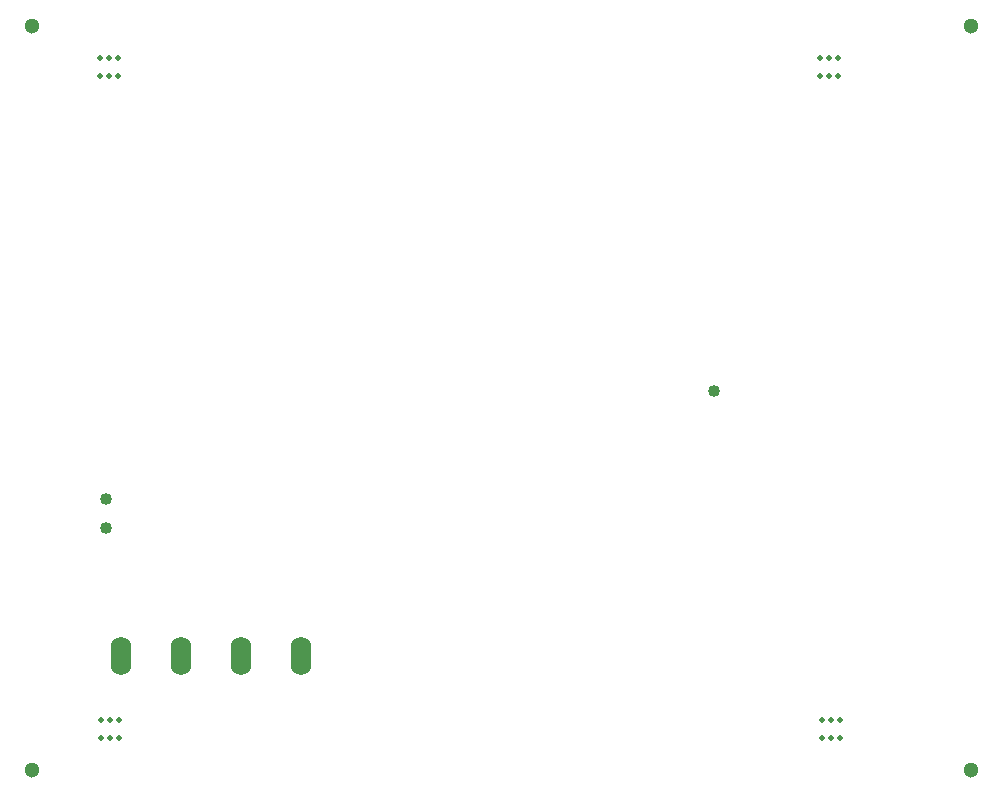
<source format=gbr>
%TF.GenerationSoftware,KiCad,Pcbnew,(6.0.5)*%
%TF.CreationDate,2023-01-16T00:14:01-06:00*%
%TF.ProjectId,NFC_BusinessCard,4e46435f-4275-4736-996e-657373436172,1*%
%TF.SameCoordinates,Original*%
%TF.FileFunction,Soldermask,Bot*%
%TF.FilePolarity,Negative*%
%FSLAX46Y46*%
G04 Gerber Fmt 4.6, Leading zero omitted, Abs format (unit mm)*
G04 Created by KiCad (PCBNEW (6.0.5)) date 2023-01-16 00:14:01*
%MOMM*%
%LPD*%
G01*
G04 APERTURE LIST*
%ADD10C,1.300000*%
%ADD11C,0.500000*%
%ADD12C,1.011200*%
%ADD13O,1.727200X3.251200*%
G04 APERTURE END LIST*
D10*
%TO.C,REF\u002A\u002A*%
X69333514Y-88967155D03*
%TD*%
D11*
%TO.C,mouse-bite-2mm-slot*%
X136283514Y-84692155D03*
X137033514Y-84692155D03*
X137783514Y-86192155D03*
X136283514Y-86192155D03*
X137783514Y-84692155D03*
X137033514Y-86192155D03*
%TD*%
D10*
%TO.C,REF\u002A\u002A*%
X148833514Y-25967155D03*
%TD*%
D12*
%TO.C,*%
X75641514Y-66030955D03*
%TD*%
%TO.C,*%
X75641514Y-68418555D03*
%TD*%
D10*
%TO.C,REF\u002A\u002A*%
X69333514Y-25967155D03*
%TD*%
D12*
%TO.C,ANT0*%
X127108614Y-56823255D03*
%TD*%
D11*
%TO.C,mouse-bite-2mm-slot*%
X76670914Y-30179555D03*
X75170914Y-30179555D03*
X75920914Y-30179555D03*
X75170914Y-28679555D03*
X75920914Y-28679555D03*
X76670914Y-28679555D03*
%TD*%
D10*
%TO.C,REF\u002A\u002A*%
X148833514Y-88967155D03*
%TD*%
D11*
%TO.C,mouse-bite-2mm-slot*%
X136080114Y-30179555D03*
X136830114Y-28679555D03*
X137580114Y-30179555D03*
X136830114Y-30179555D03*
X136080114Y-28679555D03*
X137580114Y-28679555D03*
%TD*%
%TO.C,mouse-bite-2mm-slot*%
X76747114Y-84711955D03*
X75997114Y-84711955D03*
X75247114Y-86211955D03*
X76747114Y-86211955D03*
X75997114Y-86211955D03*
X75247114Y-84711955D03*
%TD*%
D13*
%TO.C,CONTACT INFO*%
X92151514Y-79300000D03*
X87071514Y-79300000D03*
X81991514Y-79300000D03*
X76911514Y-79300000D03*
%TD*%
M02*

</source>
